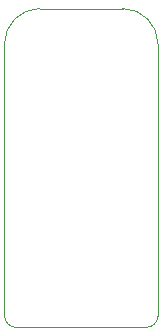
<source format=gbr>
%TF.GenerationSoftware,KiCad,Pcbnew,8.0.7*%
%TF.CreationDate,2025-01-18T23:57:26+01:00*%
%TF.ProjectId,beacon,62656163-6f6e-42e6-9b69-6361645f7063,rev?*%
%TF.SameCoordinates,Original*%
%TF.FileFunction,Profile,NP*%
%FSLAX46Y46*%
G04 Gerber Fmt 4.6, Leading zero omitted, Abs format (unit mm)*
G04 Created by KiCad (PCBNEW 8.0.7) date 2025-01-18 23:57:26*
%MOMM*%
%LPD*%
G01*
G04 APERTURE LIST*
%TA.AperFunction,Profile*%
%ADD10C,0.100000*%
%TD*%
G04 APERTURE END LIST*
D10*
X14000000Y24000000D02*
X14000000Y1000000D01*
X11000000Y27000000D02*
G75*
G02*
X14000000Y24000000I0J-3000000D01*
G01*
X14000000Y1000000D02*
G75*
G02*
X13000000Y0I-1000000J0D01*
G01*
X4000000Y27000000D02*
X11000000Y27000000D01*
X2000000Y0D02*
G75*
G02*
X1000000Y1000000I0J1000000D01*
G01*
X1000000Y1000000D02*
X1000000Y24000000D01*
X1000000Y24000000D02*
G75*
G02*
X4000000Y27000000I3000000J0D01*
G01*
X13000000Y0D02*
X2000000Y0D01*
M02*

</source>
